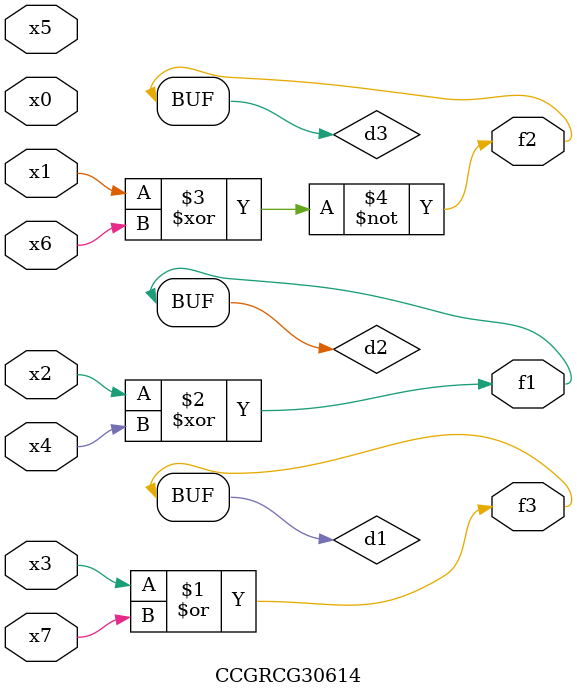
<source format=v>
module CCGRCG30614(
	input x0, x1, x2, x3, x4, x5, x6, x7,
	output f1, f2, f3
);

	wire d1, d2, d3;

	or (d1, x3, x7);
	xor (d2, x2, x4);
	xnor (d3, x1, x6);
	assign f1 = d2;
	assign f2 = d3;
	assign f3 = d1;
endmodule

</source>
